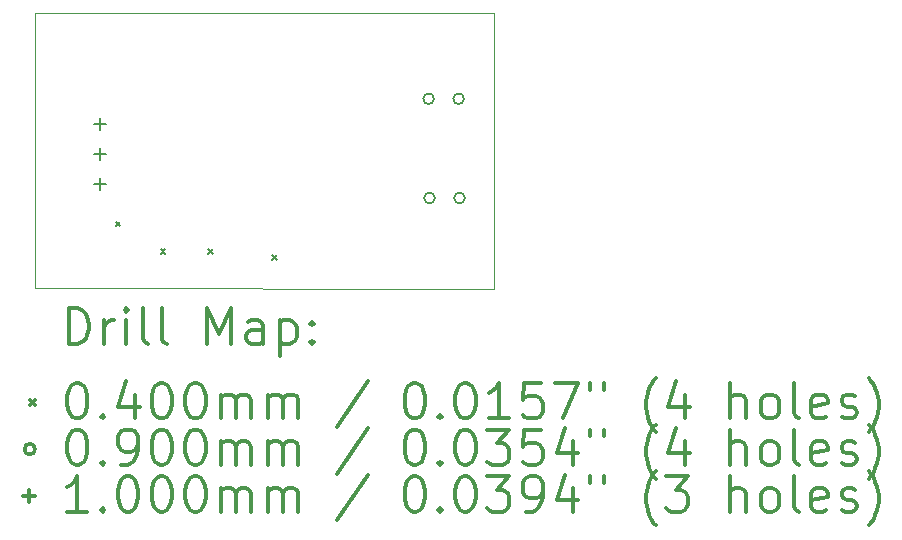
<source format=gbr>
%FSLAX45Y45*%
G04 Gerber Fmt 4.5, Leading zero omitted, Abs format (unit mm)*
G04 Created by KiCad (PCBNEW (5.1.10)-1) date 2021-05-24 22:05:39*
%MOMM*%
%LPD*%
G01*
G04 APERTURE LIST*
%TA.AperFunction,Profile*%
%ADD10C,0.050000*%
%TD*%
%ADD11C,0.200000*%
%ADD12C,0.300000*%
G04 APERTURE END LIST*
D10*
X13500000Y-9985000D02*
X13500000Y-7662500D01*
X17382500Y-9992500D02*
X13500000Y-9985000D01*
X17382500Y-7662500D02*
X17382500Y-9992500D01*
X13500000Y-7662500D02*
X17382500Y-7662500D01*
D11*
X14180000Y-9425000D02*
X14220000Y-9465000D01*
X14220000Y-9425000D02*
X14180000Y-9465000D01*
X14560000Y-9660000D02*
X14600000Y-9700000D01*
X14600000Y-9660000D02*
X14560000Y-9700000D01*
X14965000Y-9660000D02*
X15005000Y-9700000D01*
X15005000Y-9660000D02*
X14965000Y-9700000D01*
X15505000Y-9707500D02*
X15545000Y-9747500D01*
X15545000Y-9707500D02*
X15505000Y-9747500D01*
X16875000Y-8385000D02*
G75*
G03*
X16875000Y-8385000I-45000J0D01*
G01*
X16882500Y-9225000D02*
G75*
G03*
X16882500Y-9225000I-45000J0D01*
G01*
X17129000Y-8385000D02*
G75*
G03*
X17129000Y-8385000I-45000J0D01*
G01*
X17136500Y-9225000D02*
G75*
G03*
X17136500Y-9225000I-45000J0D01*
G01*
X14045000Y-8547500D02*
X14045000Y-8647500D01*
X13995000Y-8597500D02*
X14095000Y-8597500D01*
X14045000Y-8801500D02*
X14045000Y-8901500D01*
X13995000Y-8851500D02*
X14095000Y-8851500D01*
X14045000Y-9055500D02*
X14045000Y-9155500D01*
X13995000Y-9105500D02*
X14095000Y-9105500D01*
D12*
X13783928Y-10460714D02*
X13783928Y-10160714D01*
X13855357Y-10160714D01*
X13898214Y-10175000D01*
X13926786Y-10203572D01*
X13941071Y-10232143D01*
X13955357Y-10289286D01*
X13955357Y-10332143D01*
X13941071Y-10389286D01*
X13926786Y-10417857D01*
X13898214Y-10446429D01*
X13855357Y-10460714D01*
X13783928Y-10460714D01*
X14083928Y-10460714D02*
X14083928Y-10260714D01*
X14083928Y-10317857D02*
X14098214Y-10289286D01*
X14112500Y-10275000D01*
X14141071Y-10260714D01*
X14169643Y-10260714D01*
X14269643Y-10460714D02*
X14269643Y-10260714D01*
X14269643Y-10160714D02*
X14255357Y-10175000D01*
X14269643Y-10189286D01*
X14283928Y-10175000D01*
X14269643Y-10160714D01*
X14269643Y-10189286D01*
X14455357Y-10460714D02*
X14426786Y-10446429D01*
X14412500Y-10417857D01*
X14412500Y-10160714D01*
X14612500Y-10460714D02*
X14583928Y-10446429D01*
X14569643Y-10417857D01*
X14569643Y-10160714D01*
X14955357Y-10460714D02*
X14955357Y-10160714D01*
X15055357Y-10375000D01*
X15155357Y-10160714D01*
X15155357Y-10460714D01*
X15426786Y-10460714D02*
X15426786Y-10303572D01*
X15412500Y-10275000D01*
X15383928Y-10260714D01*
X15326786Y-10260714D01*
X15298214Y-10275000D01*
X15426786Y-10446429D02*
X15398214Y-10460714D01*
X15326786Y-10460714D01*
X15298214Y-10446429D01*
X15283928Y-10417857D01*
X15283928Y-10389286D01*
X15298214Y-10360714D01*
X15326786Y-10346429D01*
X15398214Y-10346429D01*
X15426786Y-10332143D01*
X15569643Y-10260714D02*
X15569643Y-10560714D01*
X15569643Y-10275000D02*
X15598214Y-10260714D01*
X15655357Y-10260714D01*
X15683928Y-10275000D01*
X15698214Y-10289286D01*
X15712500Y-10317857D01*
X15712500Y-10403572D01*
X15698214Y-10432143D01*
X15683928Y-10446429D01*
X15655357Y-10460714D01*
X15598214Y-10460714D01*
X15569643Y-10446429D01*
X15841071Y-10432143D02*
X15855357Y-10446429D01*
X15841071Y-10460714D01*
X15826786Y-10446429D01*
X15841071Y-10432143D01*
X15841071Y-10460714D01*
X15841071Y-10275000D02*
X15855357Y-10289286D01*
X15841071Y-10303572D01*
X15826786Y-10289286D01*
X15841071Y-10275000D01*
X15841071Y-10303572D01*
X13457500Y-10935000D02*
X13497500Y-10975000D01*
X13497500Y-10935000D02*
X13457500Y-10975000D01*
X13841071Y-10790714D02*
X13869643Y-10790714D01*
X13898214Y-10805000D01*
X13912500Y-10819286D01*
X13926786Y-10847857D01*
X13941071Y-10905000D01*
X13941071Y-10976429D01*
X13926786Y-11033572D01*
X13912500Y-11062143D01*
X13898214Y-11076429D01*
X13869643Y-11090714D01*
X13841071Y-11090714D01*
X13812500Y-11076429D01*
X13798214Y-11062143D01*
X13783928Y-11033572D01*
X13769643Y-10976429D01*
X13769643Y-10905000D01*
X13783928Y-10847857D01*
X13798214Y-10819286D01*
X13812500Y-10805000D01*
X13841071Y-10790714D01*
X14069643Y-11062143D02*
X14083928Y-11076429D01*
X14069643Y-11090714D01*
X14055357Y-11076429D01*
X14069643Y-11062143D01*
X14069643Y-11090714D01*
X14341071Y-10890714D02*
X14341071Y-11090714D01*
X14269643Y-10776429D02*
X14198214Y-10990714D01*
X14383928Y-10990714D01*
X14555357Y-10790714D02*
X14583928Y-10790714D01*
X14612500Y-10805000D01*
X14626786Y-10819286D01*
X14641071Y-10847857D01*
X14655357Y-10905000D01*
X14655357Y-10976429D01*
X14641071Y-11033572D01*
X14626786Y-11062143D01*
X14612500Y-11076429D01*
X14583928Y-11090714D01*
X14555357Y-11090714D01*
X14526786Y-11076429D01*
X14512500Y-11062143D01*
X14498214Y-11033572D01*
X14483928Y-10976429D01*
X14483928Y-10905000D01*
X14498214Y-10847857D01*
X14512500Y-10819286D01*
X14526786Y-10805000D01*
X14555357Y-10790714D01*
X14841071Y-10790714D02*
X14869643Y-10790714D01*
X14898214Y-10805000D01*
X14912500Y-10819286D01*
X14926786Y-10847857D01*
X14941071Y-10905000D01*
X14941071Y-10976429D01*
X14926786Y-11033572D01*
X14912500Y-11062143D01*
X14898214Y-11076429D01*
X14869643Y-11090714D01*
X14841071Y-11090714D01*
X14812500Y-11076429D01*
X14798214Y-11062143D01*
X14783928Y-11033572D01*
X14769643Y-10976429D01*
X14769643Y-10905000D01*
X14783928Y-10847857D01*
X14798214Y-10819286D01*
X14812500Y-10805000D01*
X14841071Y-10790714D01*
X15069643Y-11090714D02*
X15069643Y-10890714D01*
X15069643Y-10919286D02*
X15083928Y-10905000D01*
X15112500Y-10890714D01*
X15155357Y-10890714D01*
X15183928Y-10905000D01*
X15198214Y-10933572D01*
X15198214Y-11090714D01*
X15198214Y-10933572D02*
X15212500Y-10905000D01*
X15241071Y-10890714D01*
X15283928Y-10890714D01*
X15312500Y-10905000D01*
X15326786Y-10933572D01*
X15326786Y-11090714D01*
X15469643Y-11090714D02*
X15469643Y-10890714D01*
X15469643Y-10919286D02*
X15483928Y-10905000D01*
X15512500Y-10890714D01*
X15555357Y-10890714D01*
X15583928Y-10905000D01*
X15598214Y-10933572D01*
X15598214Y-11090714D01*
X15598214Y-10933572D02*
X15612500Y-10905000D01*
X15641071Y-10890714D01*
X15683928Y-10890714D01*
X15712500Y-10905000D01*
X15726786Y-10933572D01*
X15726786Y-11090714D01*
X16312500Y-10776429D02*
X16055357Y-11162143D01*
X16698214Y-10790714D02*
X16726786Y-10790714D01*
X16755357Y-10805000D01*
X16769643Y-10819286D01*
X16783928Y-10847857D01*
X16798214Y-10905000D01*
X16798214Y-10976429D01*
X16783928Y-11033572D01*
X16769643Y-11062143D01*
X16755357Y-11076429D01*
X16726786Y-11090714D01*
X16698214Y-11090714D01*
X16669643Y-11076429D01*
X16655357Y-11062143D01*
X16641071Y-11033572D01*
X16626786Y-10976429D01*
X16626786Y-10905000D01*
X16641071Y-10847857D01*
X16655357Y-10819286D01*
X16669643Y-10805000D01*
X16698214Y-10790714D01*
X16926786Y-11062143D02*
X16941071Y-11076429D01*
X16926786Y-11090714D01*
X16912500Y-11076429D01*
X16926786Y-11062143D01*
X16926786Y-11090714D01*
X17126786Y-10790714D02*
X17155357Y-10790714D01*
X17183928Y-10805000D01*
X17198214Y-10819286D01*
X17212500Y-10847857D01*
X17226786Y-10905000D01*
X17226786Y-10976429D01*
X17212500Y-11033572D01*
X17198214Y-11062143D01*
X17183928Y-11076429D01*
X17155357Y-11090714D01*
X17126786Y-11090714D01*
X17098214Y-11076429D01*
X17083928Y-11062143D01*
X17069643Y-11033572D01*
X17055357Y-10976429D01*
X17055357Y-10905000D01*
X17069643Y-10847857D01*
X17083928Y-10819286D01*
X17098214Y-10805000D01*
X17126786Y-10790714D01*
X17512500Y-11090714D02*
X17341071Y-11090714D01*
X17426786Y-11090714D02*
X17426786Y-10790714D01*
X17398214Y-10833572D01*
X17369643Y-10862143D01*
X17341071Y-10876429D01*
X17783928Y-10790714D02*
X17641071Y-10790714D01*
X17626786Y-10933572D01*
X17641071Y-10919286D01*
X17669643Y-10905000D01*
X17741071Y-10905000D01*
X17769643Y-10919286D01*
X17783928Y-10933572D01*
X17798214Y-10962143D01*
X17798214Y-11033572D01*
X17783928Y-11062143D01*
X17769643Y-11076429D01*
X17741071Y-11090714D01*
X17669643Y-11090714D01*
X17641071Y-11076429D01*
X17626786Y-11062143D01*
X17898214Y-10790714D02*
X18098214Y-10790714D01*
X17969643Y-11090714D01*
X18198214Y-10790714D02*
X18198214Y-10847857D01*
X18312500Y-10790714D02*
X18312500Y-10847857D01*
X18755357Y-11205000D02*
X18741071Y-11190714D01*
X18712500Y-11147857D01*
X18698214Y-11119286D01*
X18683928Y-11076429D01*
X18669643Y-11005000D01*
X18669643Y-10947857D01*
X18683928Y-10876429D01*
X18698214Y-10833572D01*
X18712500Y-10805000D01*
X18741071Y-10762143D01*
X18755357Y-10747857D01*
X18998214Y-10890714D02*
X18998214Y-11090714D01*
X18926786Y-10776429D02*
X18855357Y-10990714D01*
X19041071Y-10990714D01*
X19383928Y-11090714D02*
X19383928Y-10790714D01*
X19512500Y-11090714D02*
X19512500Y-10933572D01*
X19498214Y-10905000D01*
X19469643Y-10890714D01*
X19426786Y-10890714D01*
X19398214Y-10905000D01*
X19383928Y-10919286D01*
X19698214Y-11090714D02*
X19669643Y-11076429D01*
X19655357Y-11062143D01*
X19641071Y-11033572D01*
X19641071Y-10947857D01*
X19655357Y-10919286D01*
X19669643Y-10905000D01*
X19698214Y-10890714D01*
X19741071Y-10890714D01*
X19769643Y-10905000D01*
X19783928Y-10919286D01*
X19798214Y-10947857D01*
X19798214Y-11033572D01*
X19783928Y-11062143D01*
X19769643Y-11076429D01*
X19741071Y-11090714D01*
X19698214Y-11090714D01*
X19969643Y-11090714D02*
X19941071Y-11076429D01*
X19926786Y-11047857D01*
X19926786Y-10790714D01*
X20198214Y-11076429D02*
X20169643Y-11090714D01*
X20112500Y-11090714D01*
X20083928Y-11076429D01*
X20069643Y-11047857D01*
X20069643Y-10933572D01*
X20083928Y-10905000D01*
X20112500Y-10890714D01*
X20169643Y-10890714D01*
X20198214Y-10905000D01*
X20212500Y-10933572D01*
X20212500Y-10962143D01*
X20069643Y-10990714D01*
X20326786Y-11076429D02*
X20355357Y-11090714D01*
X20412500Y-11090714D01*
X20441071Y-11076429D01*
X20455357Y-11047857D01*
X20455357Y-11033572D01*
X20441071Y-11005000D01*
X20412500Y-10990714D01*
X20369643Y-10990714D01*
X20341071Y-10976429D01*
X20326786Y-10947857D01*
X20326786Y-10933572D01*
X20341071Y-10905000D01*
X20369643Y-10890714D01*
X20412500Y-10890714D01*
X20441071Y-10905000D01*
X20555357Y-11205000D02*
X20569643Y-11190714D01*
X20598214Y-11147857D01*
X20612500Y-11119286D01*
X20626786Y-11076429D01*
X20641071Y-11005000D01*
X20641071Y-10947857D01*
X20626786Y-10876429D01*
X20612500Y-10833572D01*
X20598214Y-10805000D01*
X20569643Y-10762143D01*
X20555357Y-10747857D01*
X13497500Y-11351000D02*
G75*
G03*
X13497500Y-11351000I-45000J0D01*
G01*
X13841071Y-11186714D02*
X13869643Y-11186714D01*
X13898214Y-11201000D01*
X13912500Y-11215286D01*
X13926786Y-11243857D01*
X13941071Y-11301000D01*
X13941071Y-11372429D01*
X13926786Y-11429571D01*
X13912500Y-11458143D01*
X13898214Y-11472429D01*
X13869643Y-11486714D01*
X13841071Y-11486714D01*
X13812500Y-11472429D01*
X13798214Y-11458143D01*
X13783928Y-11429571D01*
X13769643Y-11372429D01*
X13769643Y-11301000D01*
X13783928Y-11243857D01*
X13798214Y-11215286D01*
X13812500Y-11201000D01*
X13841071Y-11186714D01*
X14069643Y-11458143D02*
X14083928Y-11472429D01*
X14069643Y-11486714D01*
X14055357Y-11472429D01*
X14069643Y-11458143D01*
X14069643Y-11486714D01*
X14226786Y-11486714D02*
X14283928Y-11486714D01*
X14312500Y-11472429D01*
X14326786Y-11458143D01*
X14355357Y-11415286D01*
X14369643Y-11358143D01*
X14369643Y-11243857D01*
X14355357Y-11215286D01*
X14341071Y-11201000D01*
X14312500Y-11186714D01*
X14255357Y-11186714D01*
X14226786Y-11201000D01*
X14212500Y-11215286D01*
X14198214Y-11243857D01*
X14198214Y-11315286D01*
X14212500Y-11343857D01*
X14226786Y-11358143D01*
X14255357Y-11372429D01*
X14312500Y-11372429D01*
X14341071Y-11358143D01*
X14355357Y-11343857D01*
X14369643Y-11315286D01*
X14555357Y-11186714D02*
X14583928Y-11186714D01*
X14612500Y-11201000D01*
X14626786Y-11215286D01*
X14641071Y-11243857D01*
X14655357Y-11301000D01*
X14655357Y-11372429D01*
X14641071Y-11429571D01*
X14626786Y-11458143D01*
X14612500Y-11472429D01*
X14583928Y-11486714D01*
X14555357Y-11486714D01*
X14526786Y-11472429D01*
X14512500Y-11458143D01*
X14498214Y-11429571D01*
X14483928Y-11372429D01*
X14483928Y-11301000D01*
X14498214Y-11243857D01*
X14512500Y-11215286D01*
X14526786Y-11201000D01*
X14555357Y-11186714D01*
X14841071Y-11186714D02*
X14869643Y-11186714D01*
X14898214Y-11201000D01*
X14912500Y-11215286D01*
X14926786Y-11243857D01*
X14941071Y-11301000D01*
X14941071Y-11372429D01*
X14926786Y-11429571D01*
X14912500Y-11458143D01*
X14898214Y-11472429D01*
X14869643Y-11486714D01*
X14841071Y-11486714D01*
X14812500Y-11472429D01*
X14798214Y-11458143D01*
X14783928Y-11429571D01*
X14769643Y-11372429D01*
X14769643Y-11301000D01*
X14783928Y-11243857D01*
X14798214Y-11215286D01*
X14812500Y-11201000D01*
X14841071Y-11186714D01*
X15069643Y-11486714D02*
X15069643Y-11286714D01*
X15069643Y-11315286D02*
X15083928Y-11301000D01*
X15112500Y-11286714D01*
X15155357Y-11286714D01*
X15183928Y-11301000D01*
X15198214Y-11329571D01*
X15198214Y-11486714D01*
X15198214Y-11329571D02*
X15212500Y-11301000D01*
X15241071Y-11286714D01*
X15283928Y-11286714D01*
X15312500Y-11301000D01*
X15326786Y-11329571D01*
X15326786Y-11486714D01*
X15469643Y-11486714D02*
X15469643Y-11286714D01*
X15469643Y-11315286D02*
X15483928Y-11301000D01*
X15512500Y-11286714D01*
X15555357Y-11286714D01*
X15583928Y-11301000D01*
X15598214Y-11329571D01*
X15598214Y-11486714D01*
X15598214Y-11329571D02*
X15612500Y-11301000D01*
X15641071Y-11286714D01*
X15683928Y-11286714D01*
X15712500Y-11301000D01*
X15726786Y-11329571D01*
X15726786Y-11486714D01*
X16312500Y-11172429D02*
X16055357Y-11558143D01*
X16698214Y-11186714D02*
X16726786Y-11186714D01*
X16755357Y-11201000D01*
X16769643Y-11215286D01*
X16783928Y-11243857D01*
X16798214Y-11301000D01*
X16798214Y-11372429D01*
X16783928Y-11429571D01*
X16769643Y-11458143D01*
X16755357Y-11472429D01*
X16726786Y-11486714D01*
X16698214Y-11486714D01*
X16669643Y-11472429D01*
X16655357Y-11458143D01*
X16641071Y-11429571D01*
X16626786Y-11372429D01*
X16626786Y-11301000D01*
X16641071Y-11243857D01*
X16655357Y-11215286D01*
X16669643Y-11201000D01*
X16698214Y-11186714D01*
X16926786Y-11458143D02*
X16941071Y-11472429D01*
X16926786Y-11486714D01*
X16912500Y-11472429D01*
X16926786Y-11458143D01*
X16926786Y-11486714D01*
X17126786Y-11186714D02*
X17155357Y-11186714D01*
X17183928Y-11201000D01*
X17198214Y-11215286D01*
X17212500Y-11243857D01*
X17226786Y-11301000D01*
X17226786Y-11372429D01*
X17212500Y-11429571D01*
X17198214Y-11458143D01*
X17183928Y-11472429D01*
X17155357Y-11486714D01*
X17126786Y-11486714D01*
X17098214Y-11472429D01*
X17083928Y-11458143D01*
X17069643Y-11429571D01*
X17055357Y-11372429D01*
X17055357Y-11301000D01*
X17069643Y-11243857D01*
X17083928Y-11215286D01*
X17098214Y-11201000D01*
X17126786Y-11186714D01*
X17326786Y-11186714D02*
X17512500Y-11186714D01*
X17412500Y-11301000D01*
X17455357Y-11301000D01*
X17483928Y-11315286D01*
X17498214Y-11329571D01*
X17512500Y-11358143D01*
X17512500Y-11429571D01*
X17498214Y-11458143D01*
X17483928Y-11472429D01*
X17455357Y-11486714D01*
X17369643Y-11486714D01*
X17341071Y-11472429D01*
X17326786Y-11458143D01*
X17783928Y-11186714D02*
X17641071Y-11186714D01*
X17626786Y-11329571D01*
X17641071Y-11315286D01*
X17669643Y-11301000D01*
X17741071Y-11301000D01*
X17769643Y-11315286D01*
X17783928Y-11329571D01*
X17798214Y-11358143D01*
X17798214Y-11429571D01*
X17783928Y-11458143D01*
X17769643Y-11472429D01*
X17741071Y-11486714D01*
X17669643Y-11486714D01*
X17641071Y-11472429D01*
X17626786Y-11458143D01*
X18055357Y-11286714D02*
X18055357Y-11486714D01*
X17983928Y-11172429D02*
X17912500Y-11386714D01*
X18098214Y-11386714D01*
X18198214Y-11186714D02*
X18198214Y-11243857D01*
X18312500Y-11186714D02*
X18312500Y-11243857D01*
X18755357Y-11601000D02*
X18741071Y-11586714D01*
X18712500Y-11543857D01*
X18698214Y-11515286D01*
X18683928Y-11472429D01*
X18669643Y-11401000D01*
X18669643Y-11343857D01*
X18683928Y-11272429D01*
X18698214Y-11229571D01*
X18712500Y-11201000D01*
X18741071Y-11158143D01*
X18755357Y-11143857D01*
X18998214Y-11286714D02*
X18998214Y-11486714D01*
X18926786Y-11172429D02*
X18855357Y-11386714D01*
X19041071Y-11386714D01*
X19383928Y-11486714D02*
X19383928Y-11186714D01*
X19512500Y-11486714D02*
X19512500Y-11329571D01*
X19498214Y-11301000D01*
X19469643Y-11286714D01*
X19426786Y-11286714D01*
X19398214Y-11301000D01*
X19383928Y-11315286D01*
X19698214Y-11486714D02*
X19669643Y-11472429D01*
X19655357Y-11458143D01*
X19641071Y-11429571D01*
X19641071Y-11343857D01*
X19655357Y-11315286D01*
X19669643Y-11301000D01*
X19698214Y-11286714D01*
X19741071Y-11286714D01*
X19769643Y-11301000D01*
X19783928Y-11315286D01*
X19798214Y-11343857D01*
X19798214Y-11429571D01*
X19783928Y-11458143D01*
X19769643Y-11472429D01*
X19741071Y-11486714D01*
X19698214Y-11486714D01*
X19969643Y-11486714D02*
X19941071Y-11472429D01*
X19926786Y-11443857D01*
X19926786Y-11186714D01*
X20198214Y-11472429D02*
X20169643Y-11486714D01*
X20112500Y-11486714D01*
X20083928Y-11472429D01*
X20069643Y-11443857D01*
X20069643Y-11329571D01*
X20083928Y-11301000D01*
X20112500Y-11286714D01*
X20169643Y-11286714D01*
X20198214Y-11301000D01*
X20212500Y-11329571D01*
X20212500Y-11358143D01*
X20069643Y-11386714D01*
X20326786Y-11472429D02*
X20355357Y-11486714D01*
X20412500Y-11486714D01*
X20441071Y-11472429D01*
X20455357Y-11443857D01*
X20455357Y-11429571D01*
X20441071Y-11401000D01*
X20412500Y-11386714D01*
X20369643Y-11386714D01*
X20341071Y-11372429D01*
X20326786Y-11343857D01*
X20326786Y-11329571D01*
X20341071Y-11301000D01*
X20369643Y-11286714D01*
X20412500Y-11286714D01*
X20441071Y-11301000D01*
X20555357Y-11601000D02*
X20569643Y-11586714D01*
X20598214Y-11543857D01*
X20612500Y-11515286D01*
X20626786Y-11472429D01*
X20641071Y-11401000D01*
X20641071Y-11343857D01*
X20626786Y-11272429D01*
X20612500Y-11229571D01*
X20598214Y-11201000D01*
X20569643Y-11158143D01*
X20555357Y-11143857D01*
X13447500Y-11697000D02*
X13447500Y-11797000D01*
X13397500Y-11747000D02*
X13497500Y-11747000D01*
X13941071Y-11882714D02*
X13769643Y-11882714D01*
X13855357Y-11882714D02*
X13855357Y-11582714D01*
X13826786Y-11625571D01*
X13798214Y-11654143D01*
X13769643Y-11668429D01*
X14069643Y-11854143D02*
X14083928Y-11868429D01*
X14069643Y-11882714D01*
X14055357Y-11868429D01*
X14069643Y-11854143D01*
X14069643Y-11882714D01*
X14269643Y-11582714D02*
X14298214Y-11582714D01*
X14326786Y-11597000D01*
X14341071Y-11611286D01*
X14355357Y-11639857D01*
X14369643Y-11697000D01*
X14369643Y-11768429D01*
X14355357Y-11825571D01*
X14341071Y-11854143D01*
X14326786Y-11868429D01*
X14298214Y-11882714D01*
X14269643Y-11882714D01*
X14241071Y-11868429D01*
X14226786Y-11854143D01*
X14212500Y-11825571D01*
X14198214Y-11768429D01*
X14198214Y-11697000D01*
X14212500Y-11639857D01*
X14226786Y-11611286D01*
X14241071Y-11597000D01*
X14269643Y-11582714D01*
X14555357Y-11582714D02*
X14583928Y-11582714D01*
X14612500Y-11597000D01*
X14626786Y-11611286D01*
X14641071Y-11639857D01*
X14655357Y-11697000D01*
X14655357Y-11768429D01*
X14641071Y-11825571D01*
X14626786Y-11854143D01*
X14612500Y-11868429D01*
X14583928Y-11882714D01*
X14555357Y-11882714D01*
X14526786Y-11868429D01*
X14512500Y-11854143D01*
X14498214Y-11825571D01*
X14483928Y-11768429D01*
X14483928Y-11697000D01*
X14498214Y-11639857D01*
X14512500Y-11611286D01*
X14526786Y-11597000D01*
X14555357Y-11582714D01*
X14841071Y-11582714D02*
X14869643Y-11582714D01*
X14898214Y-11597000D01*
X14912500Y-11611286D01*
X14926786Y-11639857D01*
X14941071Y-11697000D01*
X14941071Y-11768429D01*
X14926786Y-11825571D01*
X14912500Y-11854143D01*
X14898214Y-11868429D01*
X14869643Y-11882714D01*
X14841071Y-11882714D01*
X14812500Y-11868429D01*
X14798214Y-11854143D01*
X14783928Y-11825571D01*
X14769643Y-11768429D01*
X14769643Y-11697000D01*
X14783928Y-11639857D01*
X14798214Y-11611286D01*
X14812500Y-11597000D01*
X14841071Y-11582714D01*
X15069643Y-11882714D02*
X15069643Y-11682714D01*
X15069643Y-11711286D02*
X15083928Y-11697000D01*
X15112500Y-11682714D01*
X15155357Y-11682714D01*
X15183928Y-11697000D01*
X15198214Y-11725571D01*
X15198214Y-11882714D01*
X15198214Y-11725571D02*
X15212500Y-11697000D01*
X15241071Y-11682714D01*
X15283928Y-11682714D01*
X15312500Y-11697000D01*
X15326786Y-11725571D01*
X15326786Y-11882714D01*
X15469643Y-11882714D02*
X15469643Y-11682714D01*
X15469643Y-11711286D02*
X15483928Y-11697000D01*
X15512500Y-11682714D01*
X15555357Y-11682714D01*
X15583928Y-11697000D01*
X15598214Y-11725571D01*
X15598214Y-11882714D01*
X15598214Y-11725571D02*
X15612500Y-11697000D01*
X15641071Y-11682714D01*
X15683928Y-11682714D01*
X15712500Y-11697000D01*
X15726786Y-11725571D01*
X15726786Y-11882714D01*
X16312500Y-11568429D02*
X16055357Y-11954143D01*
X16698214Y-11582714D02*
X16726786Y-11582714D01*
X16755357Y-11597000D01*
X16769643Y-11611286D01*
X16783928Y-11639857D01*
X16798214Y-11697000D01*
X16798214Y-11768429D01*
X16783928Y-11825571D01*
X16769643Y-11854143D01*
X16755357Y-11868429D01*
X16726786Y-11882714D01*
X16698214Y-11882714D01*
X16669643Y-11868429D01*
X16655357Y-11854143D01*
X16641071Y-11825571D01*
X16626786Y-11768429D01*
X16626786Y-11697000D01*
X16641071Y-11639857D01*
X16655357Y-11611286D01*
X16669643Y-11597000D01*
X16698214Y-11582714D01*
X16926786Y-11854143D02*
X16941071Y-11868429D01*
X16926786Y-11882714D01*
X16912500Y-11868429D01*
X16926786Y-11854143D01*
X16926786Y-11882714D01*
X17126786Y-11582714D02*
X17155357Y-11582714D01*
X17183928Y-11597000D01*
X17198214Y-11611286D01*
X17212500Y-11639857D01*
X17226786Y-11697000D01*
X17226786Y-11768429D01*
X17212500Y-11825571D01*
X17198214Y-11854143D01*
X17183928Y-11868429D01*
X17155357Y-11882714D01*
X17126786Y-11882714D01*
X17098214Y-11868429D01*
X17083928Y-11854143D01*
X17069643Y-11825571D01*
X17055357Y-11768429D01*
X17055357Y-11697000D01*
X17069643Y-11639857D01*
X17083928Y-11611286D01*
X17098214Y-11597000D01*
X17126786Y-11582714D01*
X17326786Y-11582714D02*
X17512500Y-11582714D01*
X17412500Y-11697000D01*
X17455357Y-11697000D01*
X17483928Y-11711286D01*
X17498214Y-11725571D01*
X17512500Y-11754143D01*
X17512500Y-11825571D01*
X17498214Y-11854143D01*
X17483928Y-11868429D01*
X17455357Y-11882714D01*
X17369643Y-11882714D01*
X17341071Y-11868429D01*
X17326786Y-11854143D01*
X17655357Y-11882714D02*
X17712500Y-11882714D01*
X17741071Y-11868429D01*
X17755357Y-11854143D01*
X17783928Y-11811286D01*
X17798214Y-11754143D01*
X17798214Y-11639857D01*
X17783928Y-11611286D01*
X17769643Y-11597000D01*
X17741071Y-11582714D01*
X17683928Y-11582714D01*
X17655357Y-11597000D01*
X17641071Y-11611286D01*
X17626786Y-11639857D01*
X17626786Y-11711286D01*
X17641071Y-11739857D01*
X17655357Y-11754143D01*
X17683928Y-11768429D01*
X17741071Y-11768429D01*
X17769643Y-11754143D01*
X17783928Y-11739857D01*
X17798214Y-11711286D01*
X18055357Y-11682714D02*
X18055357Y-11882714D01*
X17983928Y-11568429D02*
X17912500Y-11782714D01*
X18098214Y-11782714D01*
X18198214Y-11582714D02*
X18198214Y-11639857D01*
X18312500Y-11582714D02*
X18312500Y-11639857D01*
X18755357Y-11997000D02*
X18741071Y-11982714D01*
X18712500Y-11939857D01*
X18698214Y-11911286D01*
X18683928Y-11868429D01*
X18669643Y-11797000D01*
X18669643Y-11739857D01*
X18683928Y-11668429D01*
X18698214Y-11625571D01*
X18712500Y-11597000D01*
X18741071Y-11554143D01*
X18755357Y-11539857D01*
X18841071Y-11582714D02*
X19026786Y-11582714D01*
X18926786Y-11697000D01*
X18969643Y-11697000D01*
X18998214Y-11711286D01*
X19012500Y-11725571D01*
X19026786Y-11754143D01*
X19026786Y-11825571D01*
X19012500Y-11854143D01*
X18998214Y-11868429D01*
X18969643Y-11882714D01*
X18883928Y-11882714D01*
X18855357Y-11868429D01*
X18841071Y-11854143D01*
X19383928Y-11882714D02*
X19383928Y-11582714D01*
X19512500Y-11882714D02*
X19512500Y-11725571D01*
X19498214Y-11697000D01*
X19469643Y-11682714D01*
X19426786Y-11682714D01*
X19398214Y-11697000D01*
X19383928Y-11711286D01*
X19698214Y-11882714D02*
X19669643Y-11868429D01*
X19655357Y-11854143D01*
X19641071Y-11825571D01*
X19641071Y-11739857D01*
X19655357Y-11711286D01*
X19669643Y-11697000D01*
X19698214Y-11682714D01*
X19741071Y-11682714D01*
X19769643Y-11697000D01*
X19783928Y-11711286D01*
X19798214Y-11739857D01*
X19798214Y-11825571D01*
X19783928Y-11854143D01*
X19769643Y-11868429D01*
X19741071Y-11882714D01*
X19698214Y-11882714D01*
X19969643Y-11882714D02*
X19941071Y-11868429D01*
X19926786Y-11839857D01*
X19926786Y-11582714D01*
X20198214Y-11868429D02*
X20169643Y-11882714D01*
X20112500Y-11882714D01*
X20083928Y-11868429D01*
X20069643Y-11839857D01*
X20069643Y-11725571D01*
X20083928Y-11697000D01*
X20112500Y-11682714D01*
X20169643Y-11682714D01*
X20198214Y-11697000D01*
X20212500Y-11725571D01*
X20212500Y-11754143D01*
X20069643Y-11782714D01*
X20326786Y-11868429D02*
X20355357Y-11882714D01*
X20412500Y-11882714D01*
X20441071Y-11868429D01*
X20455357Y-11839857D01*
X20455357Y-11825571D01*
X20441071Y-11797000D01*
X20412500Y-11782714D01*
X20369643Y-11782714D01*
X20341071Y-11768429D01*
X20326786Y-11739857D01*
X20326786Y-11725571D01*
X20341071Y-11697000D01*
X20369643Y-11682714D01*
X20412500Y-11682714D01*
X20441071Y-11697000D01*
X20555357Y-11997000D02*
X20569643Y-11982714D01*
X20598214Y-11939857D01*
X20612500Y-11911286D01*
X20626786Y-11868429D01*
X20641071Y-11797000D01*
X20641071Y-11739857D01*
X20626786Y-11668429D01*
X20612500Y-11625571D01*
X20598214Y-11597000D01*
X20569643Y-11554143D01*
X20555357Y-11539857D01*
M02*

</source>
